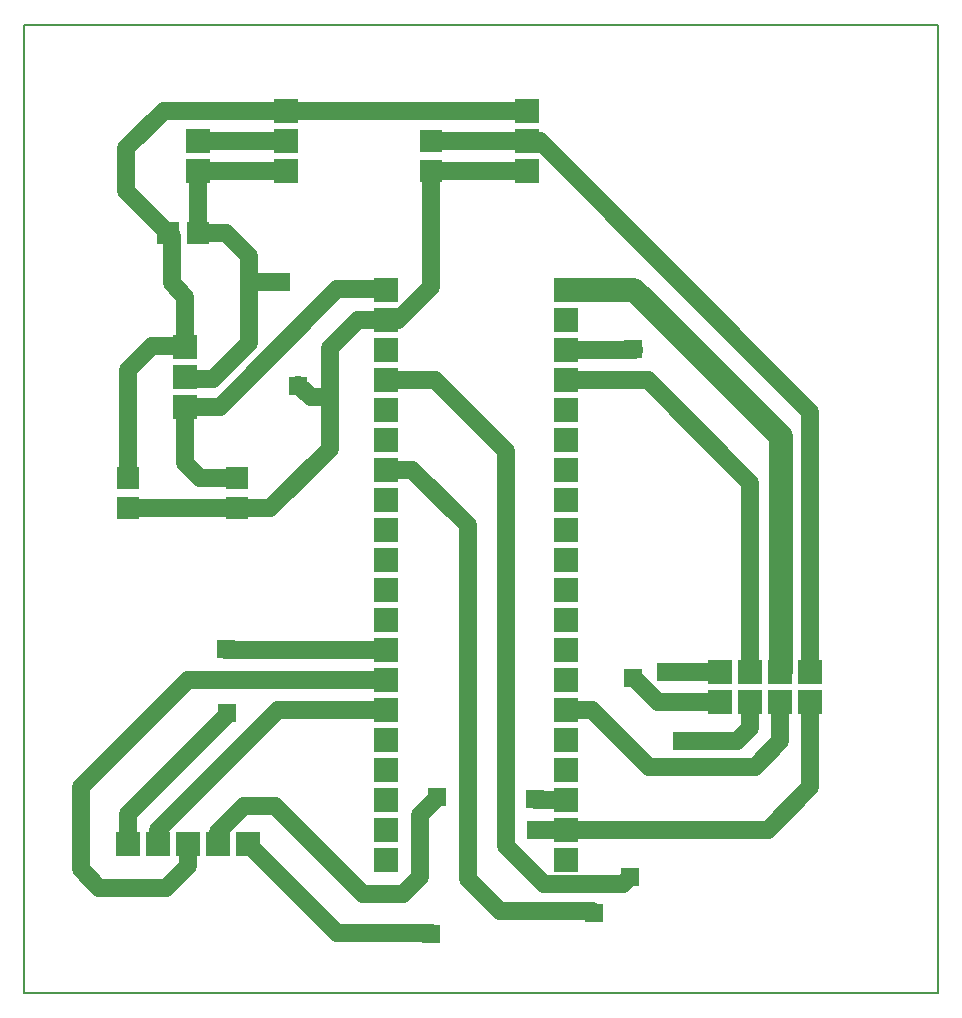
<source format=gbr>
G04 PROTEUS RS274X GERBER FILE*
%FSLAX26Y26*%
%MOIN*%
G01*
%ADD10C,0.060000*%
%ADD11C,0.080000*%
%ADD12C,0.060000*%
%ADD13R,0.080000X0.080000*%
%ADD14R,0.075000X0.075000*%
%ADD15R,0.060000X0.060000*%
%ADD16C,0.008000*%
D10*
X+359622Y+1623181D02*
X+721827Y+1623181D01*
X+721827Y+1723181D02*
X+599780Y+1723181D01*
X+548598Y+1774362D01*
X+548598Y+1961764D01*
X+546236Y+2164126D02*
X+548598Y+2161764D01*
X+359622Y+1723181D02*
X+359622Y+2085386D01*
X+438362Y+2164126D01*
X+546236Y+2164126D01*
X+2633866Y+977638D02*
X+2633866Y+694841D01*
X+2490930Y+551904D01*
X+1818363Y+551904D01*
X+1817858Y+552409D01*
X+548598Y+1961764D02*
X+665134Y+1961764D01*
X+1057099Y+2353729D01*
X+1216539Y+2353729D01*
X+1217858Y+2352409D01*
X+1690331Y+2746803D02*
X+1367496Y+2746803D01*
X+1690331Y+2846803D02*
X+1367496Y+2846803D01*
X+1367496Y+2746803D02*
X+1367496Y+2360976D01*
X+1258929Y+2252409D01*
X+1217858Y+2252409D01*
X+1690331Y+2846803D02*
X+1732494Y+2846803D01*
X+2633866Y+1945431D01*
X+2633866Y+1077638D01*
X+2433866Y+1077638D02*
X+2433866Y+1707992D01*
X+2091906Y+2049953D01*
X+1820315Y+2049953D01*
X+1817858Y+2052409D01*
X+2533866Y+977638D02*
X+2533866Y+846244D01*
X+2450174Y+762551D01*
X+2095843Y+762551D01*
X+1906866Y+951528D01*
X+1819567Y+951528D01*
X+1810495Y+960600D01*
X+1817858Y+952409D01*
X+548598Y+2161764D02*
X+548598Y+2329206D01*
X+504175Y+2373630D01*
X+504175Y+2529809D01*
X+491906Y+2542079D01*
X+2433866Y+977638D02*
X+2433866Y+890386D01*
X+2389747Y+846267D01*
X+2205667Y+846267D01*
X+2031538Y+393530D02*
X+2010454Y+372446D01*
X+1744164Y+372446D01*
X+1619465Y+497146D01*
X+1619465Y+1813732D01*
X+1380787Y+2052409D01*
X+1217858Y+2052409D01*
X+2333866Y+977638D02*
X+2125457Y+977638D01*
X+2044046Y+1059049D01*
X+2044661Y+2152315D02*
X+1817953Y+2152315D01*
X+1817858Y+2152409D01*
X+1031538Y+1994835D02*
X+967398Y+1994835D01*
X+926551Y+2035681D01*
X+869260Y+2379431D02*
X+778506Y+2379431D01*
X+762881Y+2395056D01*
X+1217858Y+2252409D02*
X+1125070Y+2252409D01*
X+1031538Y+2158877D01*
X+1031538Y+1994835D01*
X+1031538Y+1821391D01*
X+833328Y+1623181D01*
X+721827Y+1623181D01*
X+591906Y+2542079D02*
X+683984Y+2542079D01*
X+762881Y+2463181D01*
X+762881Y+2395056D01*
X+762881Y+2174624D01*
X+643479Y+2055222D01*
X+555141Y+2055222D01*
X+548598Y+2061764D01*
X+1217858Y+1752409D02*
X+1306772Y+1752409D01*
X+1492548Y+1566633D01*
X+1492548Y+387896D01*
X+1599780Y+280665D01*
X+1905976Y+280665D01*
X+1913043Y+273597D01*
X+2153326Y+1079250D02*
X+2332254Y+1079250D01*
X+2333866Y+1077638D01*
D11*
X+1817858Y+2352409D02*
X+2044640Y+2352409D01*
X+2533948Y+1863102D01*
X+2533948Y+1077720D01*
X+2533866Y+1077638D01*
D10*
X+457480Y+503937D02*
X+457480Y+552522D01*
X+857368Y+952409D01*
X+1217858Y+952409D01*
X+1217858Y+1052409D02*
X+560283Y+1052409D01*
X+200787Y+692913D01*
X+200787Y+421260D01*
X+263780Y+358268D01*
X+484252Y+358268D01*
X+557480Y+431496D01*
X+557480Y+503937D01*
X+1817858Y+652409D02*
X+1717324Y+652409D01*
X+1715622Y+654112D01*
X+1388484Y+657830D02*
X+1330709Y+600054D01*
X+1330709Y+393701D01*
X+1275591Y+338583D01*
X+1141732Y+338583D01*
X+848507Y+631807D01*
X+745361Y+631807D01*
X+657480Y+543926D01*
X+657480Y+503937D01*
X+1217858Y+1152409D02*
X+685612Y+1152409D01*
X+684927Y+1151724D01*
X+687308Y+935058D02*
X+357480Y+605230D01*
X+357480Y+503937D01*
X+1817858Y+552409D02*
X+1718645Y+552409D01*
X+1718601Y+552365D01*
X+1370116Y+206406D02*
X+1055012Y+206406D01*
X+757480Y+503937D01*
X+1690331Y+2946803D02*
X+887969Y+2946803D01*
X+887181Y+2947591D01*
X+477356Y+2947591D01*
X+353478Y+2823713D01*
X+353478Y+2680506D01*
X+491906Y+2542079D01*
X+887181Y+2847591D02*
X+591685Y+2847591D01*
X+590551Y+2846457D01*
X+887181Y+2747591D02*
X+591685Y+2747591D01*
X+590551Y+2746457D01*
X+590551Y+2543433D01*
X+591906Y+2542079D01*
D12*
X+2205667Y+846267D03*
X+2031538Y+393530D03*
X+2044046Y+1059049D03*
X+2044661Y+2152315D03*
X+926551Y+2035681D03*
X+869260Y+2379431D03*
X+1913043Y+273597D03*
X+2153326Y+1079250D03*
X+1715622Y+654112D03*
X+1388484Y+657830D03*
X+684927Y+1151724D03*
X+687308Y+935058D03*
X+1718601Y+552365D03*
X+1370116Y+206406D03*
D13*
X+1817858Y+452409D03*
X+1217858Y+2152409D03*
X+1217858Y+2352409D03*
X+1817858Y+652409D03*
X+1217858Y+952409D03*
X+1217858Y+1052409D03*
X+1217858Y+1152409D03*
X+1217858Y+1252409D03*
X+1217858Y+1352409D03*
X+1217858Y+1452409D03*
X+1217858Y+1552409D03*
X+1217858Y+1652409D03*
X+1817858Y+1952409D03*
X+1817858Y+1852409D03*
X+1817858Y+1752409D03*
X+1817858Y+1652409D03*
X+1817858Y+1552409D03*
X+1817858Y+1452409D03*
X+1217858Y+1752409D03*
X+1217858Y+1852409D03*
X+1217858Y+1952409D03*
X+1817858Y+1352409D03*
X+1817858Y+1252409D03*
X+1817858Y+1152409D03*
X+1817858Y+1052409D03*
X+1817858Y+952409D03*
X+1817858Y+852409D03*
X+1817858Y+752409D03*
X+1217858Y+2052409D03*
X+1817858Y+2352409D03*
X+1817858Y+2252409D03*
X+1817858Y+2152409D03*
X+1817858Y+2052409D03*
X+1217858Y+552409D03*
X+1217858Y+652409D03*
X+1217858Y+752409D03*
X+1817858Y+552409D03*
X+1217858Y+2252409D03*
X+1217858Y+852409D03*
X+1217858Y+452409D03*
X+357480Y+503937D03*
X+457480Y+503937D03*
X+557480Y+503937D03*
X+657480Y+503937D03*
X+757480Y+503937D03*
X+2533866Y+977638D03*
X+2533866Y+1077638D03*
X+2633866Y+977638D03*
X+2333866Y+1077638D03*
X+2333866Y+977638D03*
X+2433866Y+1077638D03*
X+2433866Y+977638D03*
X+2633866Y+1077638D03*
X+590551Y+2746457D03*
X+590551Y+2846457D03*
X+887181Y+2747591D03*
X+887181Y+2847591D03*
X+887181Y+2947591D03*
X+548598Y+2161764D03*
X+548598Y+2061764D03*
X+548598Y+1961764D03*
X+1690331Y+2746803D03*
X+1690331Y+2846803D03*
X+1690331Y+2946803D03*
D14*
X+721827Y+1623181D03*
X+721827Y+1723181D03*
X+359622Y+1723181D03*
X+359622Y+1623181D03*
X+491906Y+2542079D03*
X+591906Y+2542079D03*
X+1367496Y+2846803D03*
X+1367496Y+2746803D03*
D15*
X+2043307Y+2153543D03*
X+2153543Y+1078740D03*
X+2043307Y+1059055D03*
X+2204724Y+846457D03*
X+2031496Y+393701D03*
X+1913386Y+275591D03*
X+1716535Y+653543D03*
X+1720472Y+551181D03*
X+1389764Y+661417D03*
X+1370079Y+204724D03*
X+685039Y+1153543D03*
X+688976Y+940945D03*
X+870079Y+2377953D03*
X+925197Y+2031496D03*
D16*
X+12567Y+9362D02*
X+3058165Y+9362D01*
X+3058165Y+3233630D01*
X+12567Y+3233630D01*
X+12567Y+9362D01*
M02*

</source>
